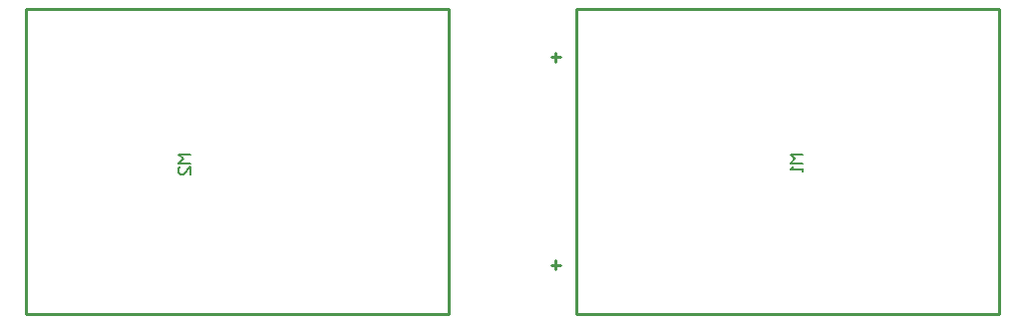
<source format=gbr>
G04 start of page 10 for group -4078 idx -4078 *
G04 Title: (unknown), bottomsilk *
G04 Creator: pcb 20140316 *
G04 CreationDate: Thu 02 Jul 2020 08:21:27 PM GMT UTC *
G04 For: railfan *
G04 Format: Gerber/RS-274X *
G04 PCB-Dimensions (mil): 3500.00 1750.00 *
G04 PCB-Coordinate-Origin: lower left *
%MOIN*%
%FSLAX25Y25*%
%LNBOTTOMSILK*%
%ADD115C,0.0080*%
%ADD114C,0.0100*%
G54D114*X192000Y52500D02*X189000D01*
X190500Y54000D02*Y51000D01*
X192000Y122000D02*X189000D01*
X190500Y123500D02*Y120500D01*
X197400Y137900D02*X338600D01*
X197400Y36100D02*X338600D01*
Y137900D02*Y36100D01*
X197400Y137900D02*Y36100D01*
X13400Y137900D02*X154600D01*
X13400Y36100D02*X154600D01*
Y137900D02*Y36100D01*
X13400Y137900D02*Y36100D01*
G54D115*X64500Y89500D02*X68500D01*
X64500D02*X66000Y88000D01*
X64500Y86500D01*
X68500D01*
X65000Y85300D02*X64500Y84800D01*
Y83300D02*Y84800D01*
Y83300D02*X65000Y82800D01*
X66000D01*
X68500Y85300D02*X66000Y82800D01*
X68500D02*Y85300D01*
X269000Y89500D02*X273000D01*
X269000D02*X270500Y88000D01*
X269000Y86500D01*
X273000D01*
Y83800D02*Y84800D01*
X269000Y84300D02*X273000D01*
X270000Y85300D02*X269000Y84300D01*
M02*

</source>
